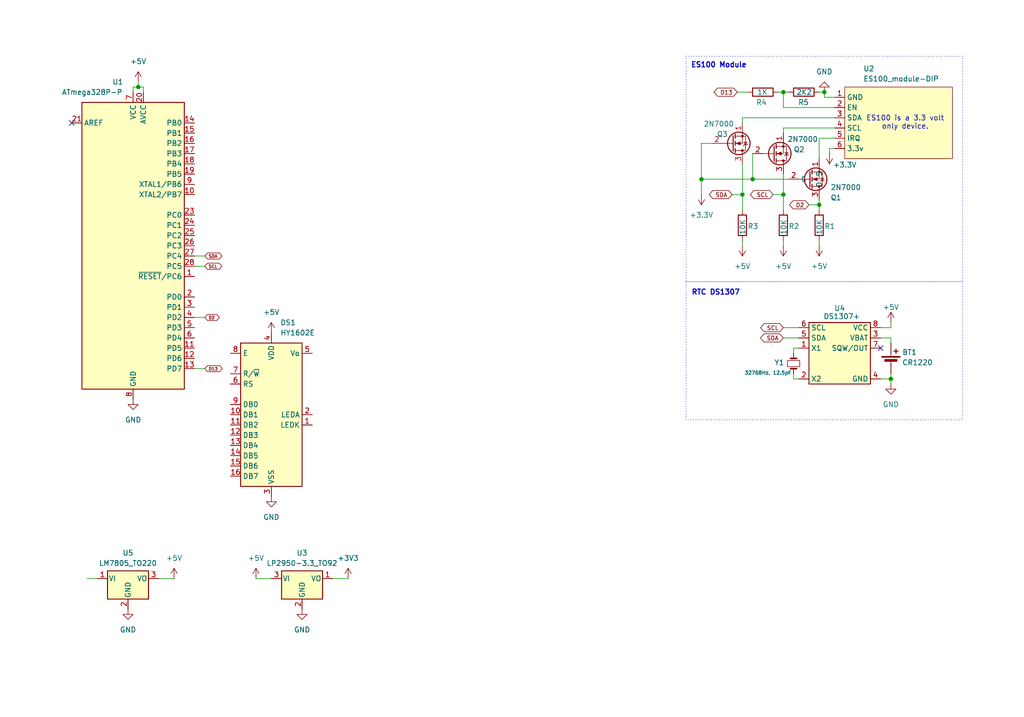
<source format=kicad_sch>
(kicad_sch (version 20250114) (generator "eeschema") (generator_version "9.0")
  (paper "User" 254 177.8)
  (title_block (title "ES100 Radio Clock (Rebuild)") (date "2023-07-26") (rev "A") (company "Matt Rude <matt@mattrude.com>"))
  (lib_symbols
    (symbol "+5V_1" (power) (pin_numbers (hide yes)) (pin_names (offset 0) (hide yes))
      (property "Value" "+5V" (at 0 3.556 0))
      (symbol "+5V_1_0_1"
        (polyline (pts (xy -0.762 1.27) (xy 0 2.54)))
        (polyline (pts (xy 0 2.54) (xy 0.762 1.27)))
        (polyline (pts (xy 0 0) (xy 0 2.54)))
      )
      (symbol "+5V_1_1_1"
        (pin power_in line (at 0 0 90) (length 0) (name "~") (number "1"))
      )
    )
    (symbol "+5V_2" (power) (pin_numbers (hide yes)) (pin_names (offset 0) (hide yes))
      (property "Value" "+5V" (at 0 3.556 0))
      (symbol "+5V_2_0_1"
        (polyline (pts (xy -0.762 1.27) (xy 0 2.54)))
        (polyline (pts (xy 0 2.54) (xy 0.762 1.27)))
        (polyline (pts (xy 0 0) (xy 0 2.54)))
      )
      (symbol "+5V_2_1_1"
        (pin power_in line (at 0 0 90) (length 0) (name "~") (number "1"))
      )
    )
    (symbol "2N7000_1"
      (property "Reference" "Q" (at 5.08 1.905 0))
      (property "Value" "2N7000" (at 5.08 0 0))
      (symbol "2N7000_1_0_1"
        (polyline (pts (xy 0.254 1.905) (xy 0.254 -1.905)) (stroke (width 0.254)))
        (polyline (pts (xy 0.254 0) (xy -2.54 0)))
        (polyline (pts (xy 0.762 2.286) (xy 0.762 1.27)) (stroke (width 0.254)))
        (polyline (pts (xy 0.762 0.508) (xy 0.762 -0.508)) (stroke (width 0.254)))
        (polyline (pts (xy 0.762 -1.27) (xy 0.762 -2.286)) (stroke (width 0.254)))
        (polyline (pts (xy 0.762 -1.778) (xy 3.302 -1.778) (xy 3.302 1.778) (xy 0.762 1.778)))
        (polyline (pts (xy 1.016 0) (xy 2.032 0.381) (xy 2.032 -0.381) (xy 1.016 0)) (fill (type outline)))
        (circle (center 1.651 0) (radius 2.794) (stroke (width 0.254)))
        (polyline (pts (xy 2.54 2.54) (xy 2.54 1.778)))
        (circle (center 2.54 1.778) (radius 0.254) (fill (type outline)))
        (circle (center 2.54 -1.778) (radius 0.254) (fill (type outline)))
        (polyline (pts (xy 2.54 -2.54) (xy 2.54 0) (xy 0.762 0)))
        (polyline (pts (xy 2.794 0.508) (xy 2.921 0.381) (xy 3.683 0.381) (xy 3.81 0.254)))
        (polyline (pts (xy 3.302 0.381) (xy 2.921 -0.254) (xy 3.683 -0.254) (xy 3.302 0.381)))
      )
      (symbol "2N7000_1_1_1"
        (pin input line (at -5.08 0 0) (length 2.54) (name "G") (number "2"))
        (pin passive line (at 2.54 5.08 270) (length 2.54) (name "D") (number "3"))
        (pin passive line (at 2.54 -5.08 90) (length 2.54) (name "S") (number "1"))
      )
    )
    (symbol "Device:Battery_Cell" (pin_numbers (hide yes)) (pin_names (offset 0) (hide yes))
      (property "Reference" "BT" (at 2.54 2.54 0))
      (property "Value" "Battery_Cell" (at 2.54 0 0))
      (symbol "Battery_Cell_0_1"
        (rectangle (start -2.286 1.778) (end 2.286 1.524) (fill (type outline)))
        (rectangle (start -1.524 1.016) (end 1.524 0.508) (fill (type outline)))
        (polyline (pts (xy 0 1.778) (xy 0 2.54)))
        (polyline (pts (xy 0 0.762) (xy 0 0)))
        (polyline (pts (xy 0.762 3.048) (xy 1.778 3.048)) (stroke (width 0.254)))
        (polyline (pts (xy 1.27 3.556) (xy 1.27 2.54)) (stroke (width 0.254)))
      )
      (symbol "Battery_Cell_1_1"
        (pin passive line (at 0 5.08 270) (length 2.54) (name "+") (number "1"))
        (pin passive line (at 0 -2.54 90) (length 2.54) (name "-") (number "2"))
      )
    )
    (symbol "Device:Crystal_Small" (pin_numbers (hide yes)) (pin_names (offset 1.016) (hide yes))
      (property "Reference" "Y" (at 0 2.54 0))
      (property "Value" "Crystal_Small" (at 0 -2.54 0))
      (symbol "Crystal_Small_0_1"
        (polyline (pts (xy -1.27 -0.762) (xy -1.27 0.762)) (stroke (width 0.381)))
        (rectangle (start -0.762 -1.524) (end 0.762 1.524))
        (polyline (pts (xy 1.27 -0.762) (xy 1.27 0.762)) (stroke (width 0.381)))
      )
      (symbol "Crystal_Small_1_1"
        (pin passive line (at -2.54 0 0) (length 1.27) (name "1") (number "1"))
        (pin passive line (at 2.54 0 180) (length 1.27) (name "2") (number "2"))
      )
    )
    (symbol "Device:R" (pin_numbers (hide yes)) (pin_names (offset 0))
      (property "Reference" "R" (at 2.032 0 90))
      (property "Value" "R" (at 0 0 90))
      (symbol "R_0_1"
        (rectangle (start -1.016 -2.54) (end 1.016 2.54) (stroke (width 0.254)))
      )
      (symbol "R_1_1"
        (pin passive line (at 0 3.81 270) (length 1.27) (name "~") (number "1"))
        (pin passive line (at 0 -3.81 90) (length 1.27) (name "~") (number "2"))
      )
    )
    (symbol "Display_Character:HY1602E"
      (property "Reference" "DS" (at -6.096 19.05 0))
      (property "Value" "HY1602E" (at 5.08 19.05 0))
      (symbol "HY1602E_0_1"
        (rectangle (start -7.62 17.78) (end 7.62 -17.78) (stroke (width 0.254)) (fill (type background)))
      )
      (symbol "HY1602E_1_1"
        (pin input line (at -10.16 15.24 0) (length 2.54) (name "E") (number "8"))
        (pin input line (at -10.16 10.16 0) (length 2.54) (name "R/~{W}") (number "7"))
        (pin input line (at -10.16 7.62 0) (length 2.54) (name "RS") (number "6"))
        (pin bidirectional line (at -10.16 2.54 0) (length 2.54) (name "DB0") (number "9"))
        (pin bidirectional line (at -10.16 0 0) (length 2.54) (name "DB1") (number "10"))
        (pin bidirectional line (at -10.16 -2.54 0) (length 2.54) (name "DB2") (number "11"))
        (pin bidirectional line (at -10.16 -5.08 0) (length 2.54) (name "DB3") (number "12"))
        (pin bidirectional line (at -10.16 -7.62 0) (length 2.54) (name "DB4") (number "13"))
        (pin bidirectional line (at -10.16 -10.16 0) (length 2.54) (name "DB5") (number "14"))
        (pin bidirectional line (at -10.16 -12.7 0) (length 2.54) (name "DB6") (number "15"))
        (pin bidirectional line (at -10.16 -15.24 0) (length 2.54) (name "DB7") (number "16"))
        (pin power_in line (at 0 20.32 270) (length 2.54) (name "VDD") (number "4"))
        (pin power_in line (at 0 -20.32 90) (length 2.54) (name "VSS") (number "3"))
        (pin input line (at 10.16 15.24 180) (length 2.54) (name "Vo") (number "5"))
        (pin passive line (at 10.16 0 180) (length 2.54) (name "LEDA") (number "2"))
        (pin passive line (at 10.16 -2.54 180) (length 2.54) (name "LEDK") (number "1"))
      )
    )
    (symbol "ES100:ES100_module-DIP"
      (property "Reference" "U" (at 0 11.43 0))
      (property "Value" "ES100_module-DIP" (at 0 10.16 0))
      (symbol "ES100_module-DIP_1_1"
        (rectangle (start -13.97 8.89) (end 12.7 -8.89) (fill (type background)))
        (pin input line (at -16.51 6.35 0) (length 2.54) (name "GND") (number "1"))
        (pin input line (at -16.51 3.81 0) (length 2.54) (name "EN") (number "2"))
        (pin input line (at -16.51 1.27 0) (length 2.54) (name "SDA") (number "3"))
        (pin input line (at -16.51 -1.27 0) (length 2.54) (name "SCL") (number "4"))
        (pin input line (at -16.51 -3.81 0) (length 2.54) (name "IRQ") (number "5"))
        (pin input line (at -16.51 -6.35 0) (length 2.54) (name "3.3v") (number "6"))
      )
    )
    (symbol "GND_1" (power) (pin_numbers (hide yes)) (pin_names (offset 0) (hide yes))
      (property "Value" "GND" (at 0 -3.81 0))
      (symbol "GND_1_0_1"
        (polyline (pts (xy 0 0) (xy 0 -1.27) (xy 1.27 -1.27) (xy 0 -2.54) (xy -1.27 -1.27) (xy 0 -1.27)))
      )
      (symbol "GND_1_1_1"
        (pin power_in line (at 0 0 270) (length 0) (name "~") (number "1"))
      )
    )
    (symbol "GND_3" (power) (pin_numbers (hide yes)) (pin_names (offset 0) (hide yes))
      (property "Value" "GND" (at 0 -3.81 0))
      (symbol "GND_3_0_1"
        (polyline (pts (xy 0 0) (xy 0 -1.27) (xy 1.27 -1.27) (xy 0 -2.54) (xy -1.27 -1.27) (xy 0 -1.27)))
      )
      (symbol "GND_3_1_1"
        (pin power_in line (at 0 0 270) (length 0) (name "~") (number "1"))
      )
    )
    (symbol "MCU_Microchip_ATmega:ATmega328P-P"
      (property "Reference" "U" (at -12.7 36.83 0))
      (property "Value" "ATmega328P-P" (at 2.54 -36.83 0))
      (symbol "ATmega328P-P_0_1"
        (rectangle (start -12.7 -35.56) (end 12.7 35.56) (stroke (width 0.254)) (fill (type background)))
      )
      (symbol "ATmega328P-P_1_1"
        (pin passive line (at -15.24 30.48 0) (length 2.54) (name "AREF") (number "21"))
        (pin power_in line (at 0 38.1 270) (length 2.54) (name "VCC") (number "7"))
        (pin passive line (at 0 -38.1 90) (length 2.54) (hide yes) (name "GND") (number "22"))
        (pin power_in line (at 0 -38.1 90) (length 2.54) (name "GND") (number "8"))
        (pin power_in line (at 2.54 38.1 270) (length 2.54) (name "AVCC") (number "20"))
        (pin bidirectional line (at 15.24 30.48 180) (length 2.54) (name "PB0") (number "14"))
        (pin bidirectional line (at 15.24 27.94 180) (length 2.54) (name "PB1") (number "15"))
        (pin bidirectional line (at 15.24 25.4 180) (length 2.54) (name "PB2") (number "16"))
        (pin bidirectional line (at 15.24 22.86 180) (length 2.54) (name "PB3") (number "17"))
        (pin bidirectional line (at 15.24 20.32 180) (length 2.54) (name "PB4") (number "18"))
        (pin bidirectional line (at 15.24 17.78 180) (length 2.54) (name "PB5") (number "19"))
        (pin bidirectional line (at 15.24 15.24 180) (length 2.54) (name "XTAL1/PB6") (number "9"))
        (pin bidirectional line (at 15.24 12.7 180) (length 2.54) (name "XTAL2/PB7") (number "10"))
        (pin bidirectional line (at 15.24 7.62 180) (length 2.54) (name "PC0") (number "23"))
        (pin bidirectional line (at 15.24 5.08 180) (length 2.54) (name "PC1") (number "24"))
        (pin bidirectional line (at 15.24 2.54 180) (length 2.54) (name "PC2") (number "25"))
        (pin bidirectional line (at 15.24 0 180) (length 2.54) (name "PC3") (number "26"))
        (pin bidirectional line (at 15.24 -2.54 180) (length 2.54) (name "PC4") (number "27"))
        (pin bidirectional line (at 15.24 -5.08 180) (length 2.54) (name "PC5") (number "28"))
        (pin bidirectional line (at 15.24 -7.62 180) (length 2.54) (name "~{RESET}/PC6") (number "1"))
        (pin bidirectional line (at 15.24 -12.7 180) (length 2.54) (name "PD0") (number "2"))
        (pin bidirectional line (at 15.24 -15.24 180) (length 2.54) (name "PD1") (number "3"))
        (pin bidirectional line (at 15.24 -17.78 180) (length 2.54) (name "PD2") (number "4"))
        (pin bidirectional line (at 15.24 -20.32 180) (length 2.54) (name "PD3") (number "5"))
        (pin bidirectional line (at 15.24 -22.86 180) (length 2.54) (name "PD4") (number "6"))
        (pin bidirectional line (at 15.24 -25.4 180) (length 2.54) (name "PD5") (number "11"))
        (pin bidirectional line (at 15.24 -27.94 180) (length 2.54) (name "PD6") (number "12"))
        (pin bidirectional line (at 15.24 -30.48 180) (length 2.54) (name "PD7") (number "13"))
      )
    )
    (symbol "Regulator_Linear:LM7805_TO220" (pin_names (offset 0.254))
      (property "Reference" "U" (at -3.81 3.175 0))
      (property "Value" "LM7805_TO220" (at 0 3.175 0))
      (symbol "LM7805_TO220_0_1"
        (rectangle (start -5.08 1.905) (end 5.08 -5.08) (stroke (width 0.254)) (fill (type background)))
      )
      (symbol "LM7805_TO220_1_1"
        (pin power_in line (at -7.62 0 0) (length 2.54) (name "VI") (number "1"))
        (pin power_in line (at 0 -7.62 90) (length 2.54) (name "GND") (number "2"))
        (pin power_out line (at 7.62 0 180) (length 2.54) (name "VO") (number "3"))
      )
    )
    (symbol "Regulator_Linear:LP2950-3.3_TO92" (pin_names (offset 0.254))
      (property "Reference" "U" (at -3.81 3.175 0))
      (property "Value" "LP2950-3.3_TO92" (at 0 3.175 0))
      (symbol "LP2950-3.3_TO92_0_1"
        (rectangle (start -5.08 -5.08) (end 5.08 1.905) (stroke (width 0.254)) (fill (type background)))
      )
      (symbol "LP2950-3.3_TO92_1_1"
        (pin power_in line (at -7.62 0 0) (length 2.54) (name "VI") (number "3"))
        (pin power_in line (at 0 -7.62 90) (length 2.54) (name "GND") (number "2"))
        (pin power_out line (at 7.62 0 180) (length 2.54) (name "VO") (number "1"))
      )
    )
    (symbol "Timer_RTC:DS1307+"
      (property "Reference" "U4" (at 0 11.176 0))
      (property "Value" "DS1307+" (at 0.508 9.144 0))
      (symbol "DS1307+_0_1"
        (rectangle (start -7.62 7.62) (end 7.62 -7.62) (stroke (width 0.254)) (fill (type background)))
      )
      (symbol "DS1307+_1_1"
        (pin input line (at -10.16 6.35 0) (length 2.54) (name "SCL") (number "6"))
        (pin bidirectional line (at -10.16 3.81 0) (length 2.54) (name "SDA") (number "5"))
        (pin input line (at -10.16 1.27 0) (length 2.54) (name "X1") (number "1"))
        (pin input line (at -10.16 -6.35 0) (length 2.54) (name "X2") (number "2"))
        (pin power_in line (at 10.16 6.35 180) (length 2.54) (name "VCC") (number "8"))
        (pin power_in line (at 10.16 3.81 180) (length 2.54) (name "VBAT") (number "3"))
        (pin open_collector line (at 10.16 1.27 180) (length 2.54) (name "SQW/OUT") (number "7"))
        (pin power_in line (at 10.16 -6.35 180) (length 2.54) (name "GND") (number "4"))
      )
    )
    (symbol "Transistor_FET:2N7000" (pin_names (hide yes))
      (property "Reference" "Q" (at 5.08 1.905 0))
      (property "Value" "2N7000" (at 5.08 0 0))
      (symbol "2N7000_0_1"
        (polyline (pts (xy 0.254 1.905) (xy 0.254 -1.905)) (stroke (width 0.254)))
        (polyline (pts (xy 0.254 0) (xy -2.54 0)))
        (polyline (pts (xy 0.762 2.286) (xy 0.762 1.27)) (stroke (width 0.254)))
        (polyline (pts (xy 0.762 0.508) (xy 0.762 -0.508)) (stroke (width 0.254)))
        (polyline (pts (xy 0.762 -1.27) (xy 0.762 -2.286)) (stroke (width 0.254)))
        (polyline (pts (xy 0.762 -1.778) (xy 3.302 -1.778) (xy 3.302 1.778) (xy 0.762 1.778)))
        (polyline (pts (xy 1.016 0) (xy 2.032 0.381) (xy 2.032 -0.381) (xy 1.016 0)) (fill (type outline)))
        (circle (center 1.651 0) (radius 2.794) (stroke (width 0.254)))
        (polyline (pts (xy 2.54 2.54) (xy 2.54 1.778)))
        (circle (center 2.54 1.778) (radius 0.254) (fill (type outline)))
        (circle (center 2.54 -1.778) (radius 0.254) (fill (type outline)))
        (polyline (pts (xy 2.54 -2.54) (xy 2.54 0) (xy 0.762 0)))
        (polyline (pts (xy 2.794 0.508) (xy 2.921 0.381) (xy 3.683 0.381) (xy 3.81 0.254)))
        (polyline (pts (xy 3.302 0.381) (xy 2.921 -0.254) (xy 3.683 -0.254) (xy 3.302 0.381)))
      )
      (symbol "2N7000_1_1"
        (pin input line (at -5.08 0 0) (length 2.54) (name "G") (number "2"))
        (pin passive line (at 2.54 5.08 270) (length 2.54) (name "D") (number "3"))
        (pin passive line (at 2.54 -5.08 90) (length 2.54) (name "S") (number "1"))
      )
    )
    (symbol "power:+3.3V" (power) (pin_numbers (hide yes)) (pin_names (offset 0) (hide yes))
      (property "Value" "+3.3V" (at 0 3.556 0))
      (symbol "+3.3V_0_1"
        (polyline (pts (xy -0.762 1.27) (xy 0 2.54)))
        (polyline (pts (xy 0 2.54) (xy 0.762 1.27)))
        (polyline (pts (xy 0 0) (xy 0 2.54)))
      )
      (symbol "+3.3V_1_1"
        (pin power_in line (at 0 0 90) (length 0) (name "~") (number "1"))
      )
    )
    (symbol "power:+3V3" (power) (pin_names (offset 0))
      (property "Value" "+3V3" (at 0 3.556 0))
      (symbol "+3V3_0_1"
        (polyline (pts (xy -0.762 1.27) (xy 0 2.54)))
        (polyline (pts (xy 0 2.54) (xy 0.762 1.27)))
        (polyline (pts (xy 0 0) (xy 0 2.54)))
      )
      (symbol "+3V3_1_1"
        (pin power_in line (at 0 0 90) (length 0) (hide yes) (name "+3V3") (number "1"))
      )
    )
    (symbol "power:+5V" (power) (pin_names (offset 0))
      (property "Value" "+5V" (at 0 3.556 0))
      (symbol "+5V_0_1"
        (polyline (pts (xy -0.762 1.27) (xy 0 2.54)))
        (polyline (pts (xy 0 2.54) (xy 0.762 1.27)))
        (polyline (pts (xy 0 0) (xy 0 2.54)))
      )
      (symbol "+5V_1_1"
        (pin power_in line (at 0 0 90) (length 0) (hide yes) (name "+5V") (number "1"))
      )
    )
    (symbol "power:GND" (power) (pin_names (offset 0))
      (property "Value" "GND" (at 0 -3.81 0))
      (symbol "GND_0_1"
        (polyline (pts (xy 0 0) (xy 0 -1.27) (xy 1.27 -1.27) (xy 0 -2.54) (xy -1.27 -1.27) (xy 0 -1.27)))
      )
      (symbol "GND_1_1"
        (pin power_in line (at 0 0 270) (length 0) (hide yes) (name "GND") (number "1"))
      )
    )
  )
  (rectangle (start 170.18 69.85) (end 238.76 104.14) (stroke (width 0) (type dot)))
  (rectangle (start 170.18 13.97) (end 238.76 69.85) (stroke (width 0) (type dot)))
  (text "RTC DS1307" (at 177.546 72.644 0) (effects (font (size 1.27 1.27) (thickness 0.254) (bold yes))))
  (text "ES100 is a 3.3 volt\nonly device." (at 224.536 30.48 0) (effects (font (size 1.27 1.27))))
  (text "ES100 Module" (at 178.308 16.256 0) (effects (font (size 1.27 1.27) (thickness 0.254) (bold yes))))
  (junction (at 204.47 22.86))
  (junction (at 186.69 44.45))
  (junction (at 194.31 22.86))
  (junction (at 184.15 48.26))
  (junction (at 220.98 93.98))
  (junction (at 203.2 50.8))
  (junction (at 34.29 21.59))
  (junction (at 173.99 44.45))
  (junction (at 194.31 48.26))
  (no_connect (at 218.44 86.36))
  (no_connect (at 17.78 30.48))
  (wire (pts (xy 194.31 26.67) (xy 194.31 22.86)))
  (wire (pts (xy 220.98 93.98) (xy 220.98 95.25)))
  (wire (pts (xy 21.59 143.51) (xy 24.13 143.51)))
  (wire (pts (xy 184.15 30.48) (xy 184.15 29.21)))
  (wire (pts (xy 218.44 83.82) (xy 220.98 83.82)))
  (wire (pts (xy 220.98 83.82) (xy 220.98 85.09)))
  (wire (pts (xy 173.99 35.56) (xy 176.53 35.56)))
  (wire (pts (xy 194.31 60.96) (xy 194.31 59.69)))
  (wire (pts (xy 205.74 38.1) (xy 205.74 36.83)))
  (wire (pts (xy 218.44 93.98) (xy 220.98 93.98)))
  (wire (pts (xy 194.31 22.86) (xy 193.04 22.86)))
  (wire (pts (xy 204.47 22.86) (xy 204.47 24.13)))
  (wire (pts (xy 194.31 48.26) (xy 191.77 48.26)))
  (wire (pts (xy 194.31 33.02) (xy 194.31 31.75)))
  (wire (pts (xy 186.69 38.1) (xy 186.69 44.45)))
  (wire (pts (xy 34.29 21.59) (xy 35.56 21.59)))
  (wire (pts (xy 186.69 44.45) (xy 195.58 44.45)))
  (wire (pts (xy 196.85 87.63) (xy 196.85 86.36)))
  (wire (pts (xy 181.61 48.26) (xy 184.15 48.26)))
  (wire (pts (xy 203.2 39.37) (xy 203.2 34.29)))
  (wire (pts (xy 173.99 44.45) (xy 173.99 35.56)))
  (wire (pts (xy 207.01 26.67) (xy 194.31 26.67)))
  (wire (pts (xy 194.31 52.07) (xy 194.31 48.26)))
  (wire (pts (xy 182.88 22.86) (xy 185.42 22.86)))
  (wire (pts (xy 196.85 93.98) (xy 196.85 92.71)))
  (wire (pts (xy 63.5 143.51) (xy 67.31 143.51)))
  (wire (pts (xy 196.85 93.98) (xy 198.12 93.98)))
  (wire (pts (xy 86.36 143.51) (xy 82.55 143.51)))
  (wire (pts (xy 205.74 36.83) (xy 207.01 36.83)))
  (wire (pts (xy 35.56 21.59) (xy 35.56 22.86)))
  (wire (pts (xy 203.2 22.86) (xy 204.47 22.86)))
  (wire (pts (xy 204.47 24.13) (xy 207.01 24.13)))
  (wire (pts (xy 220.98 81.28) (xy 220.98 80.01)))
  (wire (pts (xy 220.98 92.71) (xy 220.98 93.98)))
  (wire (pts (xy 184.15 60.96) (xy 184.15 59.69)))
  (wire (pts (xy 200.66 50.8) (xy 203.2 50.8)))
  (wire (pts (xy 194.31 22.86) (xy 195.58 22.86)))
  (wire (pts (xy 34.29 20.32) (xy 34.29 21.59)))
  (wire (pts (xy 50.8 78.74) (xy 48.26 78.74)))
  (wire (pts (xy 194.31 83.82) (xy 198.12 83.82)))
  (wire (pts (xy 173.99 44.45) (xy 186.69 44.45)))
  (wire (pts (xy 194.31 48.26) (xy 194.31 43.18)))
  (wire (pts (xy 184.15 29.21) (xy 207.01 29.21)))
  (wire (pts (xy 203.2 60.96) (xy 203.2 59.69)))
  (wire (pts (xy 218.44 81.28) (xy 220.98 81.28)))
  (wire (pts (xy 173.99 48.26) (xy 173.99 44.45)))
  (wire (pts (xy 194.31 81.28) (xy 198.12 81.28)))
  (wire (pts (xy 196.85 86.36) (xy 198.12 86.36)))
  (wire (pts (xy 184.15 48.26) (xy 184.15 40.64)))
  (wire (pts (xy 50.8 91.44) (xy 48.26 91.44)))
  (wire (pts (xy 50.8 66.04) (xy 48.26 66.04)))
  (wire (pts (xy 33.02 22.86) (xy 33.02 21.59)))
  (wire (pts (xy 39.37 143.51) (xy 43.18 143.51)))
  (wire (pts (xy 184.15 52.07) (xy 184.15 48.26)))
  (wire (pts (xy 203.2 34.29) (xy 207.01 34.29)))
  (wire (pts (xy 50.8 63.5) (xy 48.26 63.5)))
  (wire (pts (xy 203.2 52.07) (xy 203.2 50.8)))
  (wire (pts (xy 33.02 21.59) (xy 34.29 21.59)))
  (wire (pts (xy 194.31 31.75) (xy 207.01 31.75)))
  (wire (pts (xy 203.2 50.8) (xy 203.2 49.53)))
  (global_label "D13" (shape bidirectional) (at 50.8 91.44 0) (effects (font (size 0.762 0.762))) (property "Intersheetrefs" "${INTERSHEET_REFS}" (effects (hide yes))))
  (global_label "SDA" (shape bidirectional) (at 194.31 83.82 180) (effects (font (size 1.016 1.016))) (property "Intersheetrefs" "${INTERSHEET_REFS}" (effects (hide yes))))
  (global_label "D13" (shape bidirectional) (at 182.88 22.86 180) (effects (font (size 1.016 1.016))) (property "Intersheetrefs" "${INTERSHEET_REFS}" (effects (hide yes))))
  (global_label "SCL" (shape bidirectional) (at 194.31 81.28 180) (effects (font (size 1.016 1.016))) (property "Intersheetrefs" "${INTERSHEET_REFS}" (effects (hide yes))))
  (global_label "D2" (shape bidirectional) (at 200.66 50.8 180) (effects (font (size 1.016 1.016))) (property "Intersheetrefs" "${INTERSHEET_REFS}" (effects (hide yes))))
  (global_label "D2" (shape bidirectional) (at 50.8 78.74 0) (effects (font (size 0.762 0.762))) (property "Intersheetrefs" "${INTERSHEET_REFS}" (effects (hide yes))))
  (global_label "SCL" (shape bidirectional) (at 50.8 66.04 0) (effects (font (size 0.762 0.762))) (property "Intersheetrefs" "${INTERSHEET_REFS}" (effects (hide yes))))
  (global_label "SCL" (shape bidirectional) (at 191.77 48.26 180) (effects (font (size 1.016 1.016))) (property "Intersheetrefs" "${INTERSHEET_REFS}" (effects (hide yes))))
  (global_label "SDA" (shape bidirectional) (at 50.8 63.5 0) (effects (font (size 0.762 0.762))) (property "Intersheetrefs" "${INTERSHEET_REFS}" (effects (hide yes))))
  (global_label "SDA" (shape bidirectional) (at 181.61 48.26 180) (effects (font (size 1.016 1.016))) (property "Intersheetrefs" "${INTERSHEET_REFS}" (effects (hide yes))))
  (symbol (lib_id "Device:R") (at 199.39 22.86 90) (mirror x) (unit 1)
    (property "Reference" "R5" (at 200.6601 25.4 90) (effects (justify left)))
    (property "Value" "2K2" (at 201.422 22.86 90) (effects (justify left)))
    (property "Description" "Resistor" (effects (hide yes)))
  )
  (symbol (lib_id "power:+5V") (at 34.29 20.32 0) (unit 1)
    (property "Reference" "#PWR02" (effects (hide yes)))
    (property "Value" "+5V" (at 34.29 15.24 0))
  )
  (symbol (lib_id "power:GND") (at 31.75 151.13 0) (unit 1)
    (property "Reference" "#PWR05" (effects (hide yes)))
    (property "Value" "GND" (at 31.75 156.21 0))
  )
  (symbol (lib_id "MCU_Microchip_ATmega:ATmega328P-P") (at 33.02 60.96 0) (unit 1)
    (property "Reference" "U1" (at 29.21 20.32 0))
    (property "Value" "ATmega328P-P" (at 22.86 22.86 0))
    (property "Footprint" "Package_DIP:DIP-28_W7.62mm" (effects (hide yes)))
    (property "Datasheet" "http://ww1.microchip.com/downloads/en/DeviceDoc/ATmega328_P%20AVR%20MCU%20with%20picoPower%20Technology%20Data%20Sheet%2040001984A.pdf" (effects (hide yes)))
  )
  (symbol (lib_id "power:+5V") (at 67.31 82.55 0) (unit 1)
    (property "Reference" "#PWR04" (effects (hide yes)))
    (property "Value" "+5V" (at 67.31 77.47 0))
  )
  (symbol (lib_id "Device:R") (at 194.31 55.88 0) (mirror x) (unit 1)
    (property "Reference" "R2" (at 195.58 56.134 0) (effects (justify left)))
    (property "Value" "10K" (at 194.4059 54.3647 90) (effects (justify left)))
    (property "Description" "Resistor" (effects (hide yes)))
  )
  (symbol (lib_id "power:+5V") (at 43.18 143.51 0) (unit 1)
    (property "Reference" "#PWR07" (effects (hide yes)))
    (property "Value" "+5V" (at 43.18 138.43 0))
  )
  (symbol (lib_name "+5V_2") (lib_id "power:+5V") (at 220.98 80.01 0) (unit 1)
    (property "Reference" "#PWR017" (effects (hide yes)))
    (property "Value" "+5V" (at 220.98 76.2 0))
    (property "Description" "Power symbol creates a global label with name \"+5V\"" (effects (hide yes)))
  )
  (symbol (lib_name "+5V_1") (lib_id "power:+5V") (at 184.15 60.96 0) (mirror x) (unit 1)
    (property "Reference" "#PWR010" (effects (hide yes)))
    (property "Value" "+5V" (at 184.15 66.04 0))
    (property "Description" "Power symbol creates a global label with name \"+5V\"" (effects (hide yes)))
  )
  (symbol (lib_id "Regulator_Linear:LP2950-3.3_TO92") (at 74.93 143.51 0) (unit 1)
    (property "Reference" "U3" (at 74.93 137.16 0))
    (property "Value" "LP2950-3.3_TO92" (at 74.93 139.7 0))
    (property "Footprint" "Package_TO_SOT_THT:TO-92_Inline" (effects (hide yes)))
    (property "Datasheet" "http://www.ti.com/lit/ds/symlink/lp2950.pdf" (effects (hide yes)))
  )
  (symbol (lib_id "power:GND") (at 67.31 123.19 0) (unit 1)
    (property "Reference" "#PWR03" (effects (hide yes)))
    (property "Value" "GND" (at 67.31 128.27 0))
  )
  (symbol (lib_id "power:GND") (at 74.93 151.13 0) (unit 1)
    (property "Reference" "#PWR06" (effects (hide yes)))
    (property "Value" "GND" (at 74.93 156.21 0))
  )
  (symbol (lib_id "Device:R") (at 189.23 22.86 90) (mirror x) (unit 1)
    (property "Reference" "R4" (at 190.246 25.4 90) (effects (justify left)))
    (property "Value" "1K" (at 190.5 22.86 90) (effects (justify left)))
    (property "Description" "Resistor" (effects (hide yes)))
  )
  (symbol (lib_id "power:+3V3") (at 86.36 143.51 0) (unit 1)
    (property "Reference" "#PWR08" (effects (hide yes)))
    (property "Value" "+3V3" (at 86.36 138.43 0))
  )
  (symbol (lib_name "GND_3") (lib_id "power:GND") (at 220.98 95.25 0) (unit 1)
    (property "Reference" "#PWR018" (effects (hide yes)))
    (property "Value" "GND" (at 220.98 100.33 0))
    (property "Description" "Power symbol creates a global label with name \"GND\" , ground" (effects (hide yes)))
  )
  (symbol (lib_id "power:GND") (at 33.02 99.06 0) (unit 1)
    (property "Reference" "#PWR01" (effects (hide yes)))
    (property "Value" "GND" (at 33.02 104.14 0))
  )
  (symbol (lib_id "Device:R") (at 203.2 55.88 0) (mirror x) (unit 1)
    (property "Reference" "R1" (at 204.47 56.134 0) (effects (justify left)))
    (property "Value" "10K" (at 203.2493 54.3647 90) (effects (justify left)))
    (property "Description" "Resistor" (effects (hide yes)))
  )
  (symbol (lib_name "2N7000_1") (lib_id "Transistor_FET:2N7000") (at 200.66 44.45 0) (mirror x) (unit 1)
    (property "Reference" "Q1" (at 205.994 49.022 0) (effects (justify left)))
    (property "Value" "2N7000" (at 205.994 46.482 0) (effects (justify left)))
    (property "Footprint" "Package_TO_SOT_THT:TO-92_Inline" (effects (hide yes)))
    (property "Datasheet" "https://www.vishay.com/docs/70226/70226.pdf" (effects (hide yes)))
    (property "Description" "0.2A Id, 200V Vds, N-Channel MOSFET, 2.6V Logic Level, TO-92" (effects (hide yes)))
  )
  (symbol (lib_id "Regulator_Linear:LM7805_TO220") (at 31.75 143.51 0) (unit 1)
    (property "Reference" "U5" (at 31.75 137.16 0))
    (property "Value" "LM7805_TO220" (at 31.75 139.7 0))
    (property "Footprint" "Package_TO_SOT_THT:TO-220-3_Vertical" (effects (hide yes)))
    (property "Datasheet" "https://www.onsemi.cn/PowerSolutions/document/MC7800-D.PDF" (effects (hide yes)))
  )
  (symbol (lib_id "Device:Battery_Cell") (at 220.98 90.17 0) (unit 1)
    (property "Reference" "BT1" (at 223.774 87.376 0) (effects (justify left)))
    (property "Value" "CR1220" (at 223.774 89.916 0) (effects (justify left)))
    (property "Description" "Single-cell battery" (effects (hide yes)))
  )
  (symbol (lib_id "Transistor_FET:2N7000") (at 181.61 35.56 0) (mirror x) (unit 1)
    (property "Reference" "Q3" (at 177.8 33.274 0) (effects (justify left)))
    (property "Value" "2N7000" (at 174.498 30.734 0) (effects (justify left)))
    (property "Footprint" "Package_TO_SOT_THT:TO-92_Inline" (effects (hide yes)))
    (property "Datasheet" "https://www.vishay.com/docs/70226/70226.pdf" (effects (hide yes)))
    (property "Description" "0.2A Id, 200V Vds, N-Channel MOSFET, 2.6V Logic Level, TO-92" (effects (hide yes)))
  )
  (symbol (lib_id "power:+5V") (at 63.5 143.51 0) (unit 1)
    (property "Reference" "#PWR09" (effects (hide yes)))
    (property "Value" "+5V" (at 63.5 138.43 0))
  )
  (symbol (lib_name "+5V_1") (lib_id "power:+5V") (at 194.31 60.96 0) (mirror x) (unit 1)
    (property "Reference" "#PWR011" (effects (hide yes)))
    (property "Value" "+5V" (at 194.31 66.04 0))
    (property "Description" "Power symbol creates a global label with name \"+5V\"" (effects (hide yes)))
  )
  (symbol (lib_name "GND_1") (lib_id "power:GND") (at 204.47 22.86 0) (mirror x) (unit 1)
    (property "Reference" "#PWR015" (effects (hide yes)))
    (property "Value" "GND" (at 204.47 17.78 0))
    (property "Description" "Power symbol creates a global label with name \"GND\" , ground" (effects (hide yes)))
  )
  (symbol (lib_id "ES100:ES100_module-DIP") (at 223.52 30.48 0) (unit 1)
    (property "Reference" "U2" (at 214.122 17.018 0) (effects (justify left)))
    (property "Value" "ES100_module-DIP" (at 214.122 19.558 0) (effects (justify left)))
    (property "Footprint" "ES100:ES100-DIP" (effects (hide yes)))
    (property "Datasheet" "http://www.leapsecond.com/pages/es100/ES100DataSheetver0p97.pdf" (effects (hide yes)))
  )
  (symbol (lib_id "Timer_RTC:DS1307+") (at 208.28 87.63 0) (unit 1)
    (property "Reference" "U4" (at 208.28 76.454 0))
    (property "Value" "DS1307+" (at 208.788 78.486 0))
    (property "Footprint" "Package_DIP:DIP-8_W7.62mm" (effects (hide yes)))
    (property "Datasheet" "https://datasheets.maximintegrated.com/en/ds/DS1307.pdf" (effects (hide yes)))
  )
  (symbol (lib_name "+5V_1") (lib_id "power:+5V") (at 203.2 60.96 0) (mirror x) (unit 1)
    (property "Reference" "#PWR012" (effects (hide yes)))
    (property "Value" "+5V" (at 203.2 66.04 0))
    (property "Description" "Power symbol creates a global label with name \"+5V\"" (effects (hide yes)))
  )
  (symbol (lib_id "Device:R") (at 184.15 55.88 0) (mirror x) (unit 1)
    (property "Reference" "R3" (at 185.42 56.134 0) (effects (justify left)))
    (property "Value" "10K" (at 184.1993 54.3647 90) (effects (justify left)))
    (property "Description" "Resistor" (effects (hide yes)))
  )
  (symbol (lib_id "Device:Crystal_Small") (at 196.85 90.17 270) (mirror x) (unit 1)
    (property "Reference" "Y1" (at 194.564 89.916 90) (effects (justify right)))
    (property "Value" "32768Hz, 12.5pF" (at 196.342 92.456 90) (effects (font (size 0.889 0.889)) (justify right)))
    (property "Description" "Two pin crystal, small symbol" (effects (hide yes)))
  )
  (symbol (lib_id "power:+3.3V") (at 173.99 48.26 0) (mirror x) (unit 1)
    (property "Reference" "#PWR013" (effects (hide yes)))
    (property "Value" "+3.3V" (at 173.99 53.34 0))
    (property "Description" "Power symbol creates a global label with name \"+3.3V\"" (effects (hide yes)))
  )
  (symbol (lib_id "Display_Character:HY1602E") (at 67.31 102.87 0) (unit 1)
    (property "Reference" "DS1" (at 69.5041 80.01 0) (effects (justify left)))
    (property "Value" "HY1602E" (at 69.5041 82.55 0) (effects (justify left)))
    (property "Footprint" "Display:HY1602E" (effects (hide yes)))
    (property "Datasheet" "http://www.icbank.com/data/ICBShop/board/HY1602E.pdf" (effects (hide yes)))
  )
  (symbol (lib_id "power:+3.3V") (at 205.74 38.1 0) (mirror x) (unit 1)
    (property "Reference" "#PWR014" (effects (hide yes)))
    (property "Value" "+3.3V" (at 209.55 40.894 0))
    (property "Description" "Power symbol creates a global label with name \"+3.3V\"" (effects (hide yes)))
  )
  (symbol (lib_id "Transistor_FET:2N7000") (at 191.77 38.1 0) (mirror x) (unit 1)
    (property "Reference" "Q2" (at 196.85 37.084 0) (effects (justify left)))
    (property "Value" "2N7000" (at 195.326 34.544 0) (effects (justify left)))
    (property "Footprint" "Package_TO_SOT_THT:TO-92_Inline" (effects (hide yes)))
    (property "Datasheet" "https://www.vishay.com/docs/70226/70226.pdf" (effects (hide yes)))
    (property "Description" "0.2A Id, 200V Vds, N-Channel MOSFET, 2.6V Logic Level, TO-92" (effects (hide yes)))
  )
)
</source>
